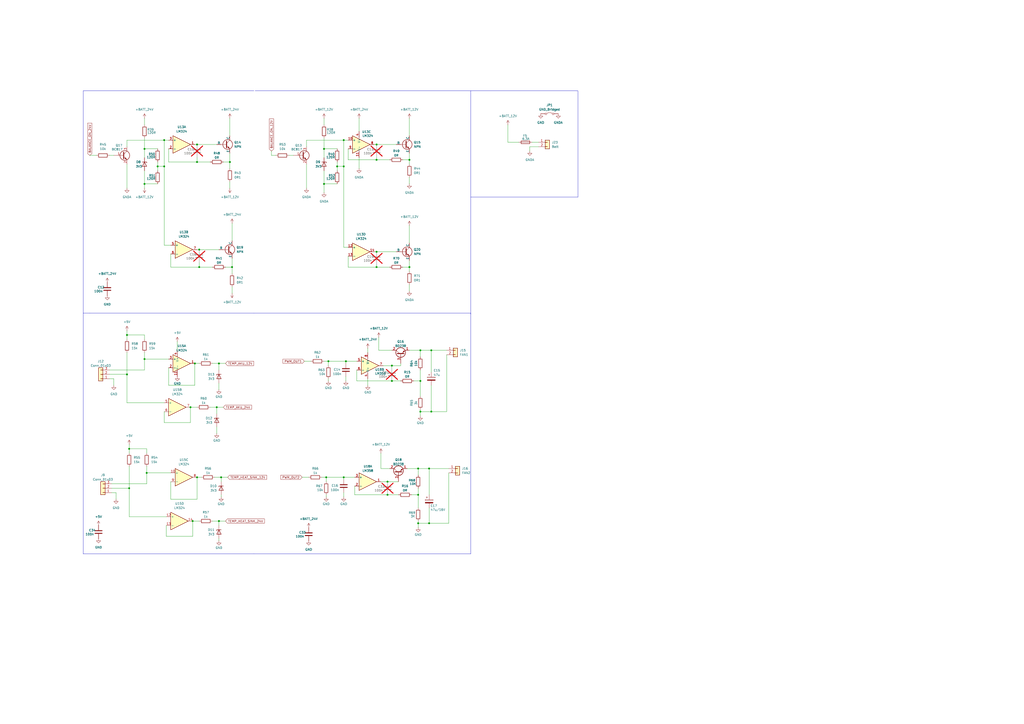
<source format=kicad_sch>
(kicad_sch (version 20231120) (generator "eeschema") (generator_version "8.0")
  (paper "A2")
  (junction (at 200.66 209.55))
  (junction (at 127 210.82))
  (junction (at 115.57 154.94))
  (junction (at 218.44 83.82))
  (junction (at 127 302.26))
  (junction (at 73.66 194.31))
  (junction (at 187.96 106.68))
  (junction (at 114.3 276.86))
  (junction (at 243.84 238.76))
  (junction (at 199.39 276.86))
  (junction (at 243.84 203.2))
  (junction (at 248.92 271.78))
  (junction (at 250.19 203.2))
  (junction (at 195.58 96.52))
  (junction (at 242.57 271.78))
  (junction (at 115.57 144.78))
  (junction (at 95.25 81.28))
  (junction (at 218.44 146.05))
  (junction (at 95.25 96.52))
  (junction (at 242.57 287.02))
  (junction (at 128.27 276.86))
  (junction (at 248.92 303.53))
  (junction (at 243.84 220.98))
  (junction (at 199.39 96.52))
  (junction (at 237.49 154.94))
  (junction (at 113.03 210.82))
  (junction (at 242.57 303.53))
  (junction (at 190.5 209.55))
  (junction (at 74.93 283.21))
  (junction (at 110.49 236.22))
  (junction (at 114.3 93.98))
  (junction (at 250.19 238.76))
  (junction (at 85.09 274.32))
  (junction (at 133.35 93.98))
  (junction (at 187.96 86.36))
  (junction (at 111.76 302.26))
  (junction (at 83.82 106.68))
  (junction (at 91.44 96.52))
  (junction (at 134.62 154.94))
  (junction (at 227.33 212.09))
  (junction (at 74.93 260.35))
  (junction (at 189.23 276.86))
  (junction (at 227.33 220.98))
  (junction (at 114.3 83.82))
  (junction (at 73.66 217.17))
  (junction (at 83.82 208.28))
  (junction (at 224.79 279.4))
  (junction (at 199.39 81.28))
  (junction (at 218.44 92.71))
  (junction (at 218.44 154.94))
  (junction (at 83.82 86.36))
  (junction (at 224.79 287.02))
  (junction (at 125.73 236.22))
  (junction (at 237.49 92.71))
  (wire (pts (xy 187.96 106.68) (xy 195.58 106.68)))
  (wire (pts (xy 85.09 262.89) (xy 85.09 260.35)))
  (wire (pts (xy 237.49 203.2) (xy 243.84 203.2)))
  (wire (pts (xy 243.84 238.76) (xy 243.84 237.49)))
  (wire (pts (xy 96.52 304.8) (xy 96.52 311.15)))
  (wire (pts (xy 260.35 274.32) (xy 260.35 303.53)))
  (wire (pts (xy 83.82 80.01) (xy 83.82 86.36)))
  (wire (pts (xy 73.66 233.68) (xy 95.25 233.68)))
  (wire (pts (xy 308.61 82.55) (xy 312.42 82.55)))
  (wire (pts (xy 187.96 80.01) (xy 187.96 86.36)))
  (wire (pts (xy 237.49 130.81) (xy 237.49 140.97)))
  (wire (pts (xy 237.49 165.1) (xy 237.49 168.91)))
  (wire (pts (xy 220.98 271.78) (xy 226.06 271.78)))
  (wire (pts (xy 114.3 91.44) (xy 114.3 93.98)))
  (wire (pts (xy 115.57 154.94) (xy 123.19 154.94)))
  (wire (pts (xy 218.44 146.05) (xy 229.87 146.05)))
  (wire (pts (xy 83.82 196.85) (xy 83.82 194.31)))
  (wire (pts (xy 127 226.06) (xy 127 222.25)))
  (wire (pts (xy 91.44 96.52) (xy 95.25 96.52)))
  (wire (pts (xy 134.62 149.86) (xy 134.62 154.94)))
  (wire (pts (xy 64.77 283.21) (xy 74.93 283.21)))
  (wire (pts (xy 97.79 93.98) (xy 114.3 93.98)))
  (wire (pts (xy 114.3 83.82) (xy 125.73 83.82)))
  (wire (pts (xy 64.77 285.75) (xy 67.31 285.75)))
  (wire (pts (xy 218.44 154.94) (xy 226.06 154.94)))
  (wire (pts (xy 220.98 262.89) (xy 220.98 271.78)))
  (wire (pts (xy 201.93 154.94) (xy 218.44 154.94)))
  (wire (pts (xy 160.02 90.17) (xy 157.48 90.17)))
  (wire (pts (xy 110.49 236.22) (xy 114.3 236.22)))
  (wire (pts (xy 187.96 86.36) (xy 195.58 86.36)))
  (wire (pts (xy 238.76 287.02) (xy 242.57 287.02)))
  (wire (pts (xy 250.19 203.2) (xy 259.08 203.2)))
  (wire (pts (xy 74.93 257.81) (xy 74.93 260.35)))
  (wire (pts (xy 73.66 191.77) (xy 73.66 194.31)))
  (wire (pts (xy 83.82 106.68) (xy 83.82 109.22)))
  (wire (pts (xy 83.82 86.36) (xy 83.82 91.44)))
  (wire (pts (xy 99.06 279.4) (xy 99.06 289.56)))
  (wire (pts (xy 66.04 219.71) (xy 66.04 223.52)))
  (wire (pts (xy 128.27 288.29) (xy 128.27 287.02)))
  (polyline (pts (xy 48.26 52.705) (xy 48.26 181.61)))
  (wire (pts (xy 96.52 311.15) (xy 111.76 311.15)))
  (polyline (pts (xy 48.26 321.31) (xy 48.26 181.61)))
  (wire (pts (xy 243.84 220.98) (xy 243.84 229.87)))
  (polyline (pts (xy 147.32 321.31) (xy 48.26 321.31)))
  (wire (pts (xy 187.96 99.06) (xy 187.96 106.68)))
  (wire (pts (xy 232.41 212.09) (xy 232.41 210.82)))
  (wire (pts (xy 91.44 96.52) (xy 91.44 99.06)))
  (wire (pts (xy 130.81 302.26) (xy 127 302.26)))
  (wire (pts (xy 199.39 143.51) (xy 201.93 143.51)))
  (wire (pts (xy 242.57 306.07) (xy 242.57 303.53)))
  (wire (pts (xy 99.06 147.32) (xy 99.06 154.94)))
  (wire (pts (xy 240.03 220.98) (xy 243.84 220.98)))
  (wire (pts (xy 99.06 274.32) (xy 85.09 274.32)))
  (wire (pts (xy 111.76 302.26) (xy 115.57 302.26)))
  (wire (pts (xy 237.49 102.87) (xy 237.49 106.68)))
  (wire (pts (xy 205.74 287.02) (xy 205.74 281.94)))
  (wire (pts (xy 213.36 201.93) (xy 213.36 204.47)))
  (wire (pts (xy 134.62 166.37) (xy 134.62 170.18)))
  (wire (pts (xy 237.49 68.58) (xy 237.49 78.74)))
  (wire (pts (xy 243.84 203.2) (xy 243.84 207.01)))
  (wire (pts (xy 189.23 276.86) (xy 189.23 279.4)))
  (wire (pts (xy 187.96 86.36) (xy 187.96 91.44)))
  (wire (pts (xy 114.3 93.98) (xy 121.92 93.98)))
  (wire (pts (xy 177.8 81.28) (xy 177.8 85.09)))
  (wire (pts (xy 190.5 209.55) (xy 200.66 209.55)))
  (wire (pts (xy 237.49 151.13) (xy 237.49 154.94)))
  (wire (pts (xy 97.79 86.36) (xy 97.79 93.98)))
  (wire (pts (xy 199.39 81.28) (xy 201.93 81.28)))
  (wire (pts (xy 129.54 93.98) (xy 133.35 93.98)))
  (wire (pts (xy 199.39 276.86) (xy 205.74 276.86)))
  (wire (pts (xy 91.44 93.98) (xy 91.44 96.52)))
  (wire (pts (xy 85.09 274.32) (xy 85.09 270.51)))
  (wire (pts (xy 95.25 81.28) (xy 97.79 81.28)))
  (wire (pts (xy 74.93 283.21) (xy 74.93 299.72)))
  (wire (pts (xy 233.68 154.94) (xy 237.49 154.94)))
  (wire (pts (xy 213.36 219.71) (xy 213.36 223.52)))
  (wire (pts (xy 199.39 96.52) (xy 199.39 81.28)))
  (wire (pts (xy 207.01 220.98) (xy 207.01 214.63)))
  (polyline (pts (xy 335.28 114.3) (xy 335.28 52.832)))
  (wire (pts (xy 195.58 93.98) (xy 195.58 96.52)))
  (wire (pts (xy 195.58 96.52) (xy 199.39 96.52)))
  (wire (pts (xy 200.66 218.44) (xy 200.66 220.98)))
  (wire (pts (xy 83.82 194.31) (xy 73.66 194.31)))
  (wire (pts (xy 312.42 85.09) (xy 307.34 85.09)))
  (wire (pts (xy 250.19 238.76) (xy 250.19 223.52)))
  (wire (pts (xy 133.35 105.41) (xy 133.35 109.22)))
  (wire (pts (xy 73.66 95.25) (xy 73.66 109.22)))
  (wire (pts (xy 97.79 213.36) (xy 97.79 223.52)))
  (wire (pts (xy 63.5 219.71) (xy 66.04 219.71)))
  (wire (pts (xy 123.19 210.82) (xy 127 210.82)))
  (wire (pts (xy 74.93 299.72) (xy 96.52 299.72)))
  (wire (pts (xy 237.49 92.71) (xy 237.49 95.25)))
  (wire (pts (xy 73.66 81.28) (xy 95.25 81.28)))
  (wire (pts (xy 242.57 303.53) (xy 242.57 302.26)))
  (wire (pts (xy 124.46 276.86) (xy 128.27 276.86)))
  (wire (pts (xy 127 313.69) (xy 127 312.42)))
  (wire (pts (xy 125.73 236.22) (xy 125.73 240.03)))
  (wire (pts (xy 83.82 208.28) (xy 83.82 204.47)))
  (wire (pts (xy 187.96 209.55) (xy 190.5 209.55)))
  (wire (pts (xy 248.92 271.78) (xy 260.35 271.78)))
  (wire (pts (xy 113.03 83.82) (xy 114.3 83.82)))
  (wire (pts (xy 52.07 90.17) (xy 55.88 90.17)))
  (polyline (pts (xy 273.05 114.3) (xy 335.28 114.3)))
  (wire (pts (xy 227.33 220.98) (xy 232.41 220.98)))
  (wire (pts (xy 242.57 271.78) (xy 242.57 275.59)))
  (wire (pts (xy 95.25 238.76) (xy 95.25 245.11)))
  (polyline (pts (xy 48.26 181.61) (xy 52.07 181.61)))
  (wire (pts (xy 186.69 276.86) (xy 189.23 276.86)))
  (wire (pts (xy 121.92 236.22) (xy 125.73 236.22)))
  (wire (pts (xy 233.68 92.71) (xy 237.49 92.71)))
  (wire (pts (xy 74.93 260.35) (xy 74.93 262.89)))
  (wire (pts (xy 242.57 303.53) (xy 248.92 303.53)))
  (wire (pts (xy 199.39 285.75) (xy 199.39 288.29)))
  (wire (pts (xy 217.17 83.82) (xy 218.44 83.82)))
  (wire (pts (xy 73.66 217.17) (xy 73.66 233.68)))
  (wire (pts (xy 115.57 152.4) (xy 115.57 154.94)))
  (wire (pts (xy 102.87 198.12) (xy 102.87 203.2)))
  (wire (pts (xy 199.39 276.86) (xy 199.39 278.13)))
  (wire (pts (xy 217.17 146.05) (xy 218.44 146.05)))
  (wire (pts (xy 250.19 238.76) (xy 259.08 238.76)))
  (wire (pts (xy 74.93 270.51) (xy 74.93 283.21)))
  (wire (pts (xy 201.93 148.59) (xy 201.93 154.94)))
  (wire (pts (xy 134.62 154.94) (xy 134.62 158.75)))
  (wire (pts (xy 73.66 194.31) (xy 73.66 196.85)))
  (wire (pts (xy 85.09 260.35) (xy 74.93 260.35)))
  (wire (pts (xy 133.35 93.98) (xy 133.35 97.79)))
  (wire (pts (xy 200.66 209.55) (xy 200.66 210.82)))
  (wire (pts (xy 243.84 203.2) (xy 250.19 203.2)))
  (wire (pts (xy 83.82 68.58) (xy 83.82 72.39)))
  (wire (pts (xy 128.27 276.86) (xy 128.27 279.4)))
  (wire (pts (xy 243.84 238.76) (xy 250.19 238.76)))
  (wire (pts (xy 294.64 72.39) (xy 294.64 82.55)))
  (wire (pts (xy 243.84 241.3) (xy 243.84 238.76)))
  (wire (pts (xy 218.44 83.82) (xy 229.87 83.82)))
  (wire (pts (xy 187.96 68.58) (xy 187.96 72.39)))
  (wire (pts (xy 242.57 283.21) (xy 242.57 287.02)))
  (wire (pts (xy 133.35 88.9) (xy 133.35 93.98)))
  (wire (pts (xy 95.25 245.11) (xy 110.49 245.11)))
  (wire (pts (xy 73.66 81.28) (xy 73.66 85.09)))
  (wire (pts (xy 111.76 311.15) (xy 111.76 302.26)))
  (wire (pts (xy 307.34 85.09) (xy 307.34 87.63)))
  (wire (pts (xy 132.08 276.86) (xy 128.27 276.86)))
  (wire (pts (xy 114.3 144.78) (xy 115.57 144.78)))
  (polyline (pts (xy 273.05 52.578) (xy 335.28 52.578)))
  (wire (pts (xy 95.25 96.52) (xy 95.25 142.24)))
  (wire (pts (xy 127 302.26) (xy 127 304.8)))
  (wire (pts (xy 199.39 96.52) (xy 199.39 143.51)))
  (wire (pts (xy 200.66 209.55) (xy 207.01 209.55)))
  (wire (pts (xy 237.49 88.9) (xy 237.49 92.71)))
  (wire (pts (xy 220.98 279.4) (xy 224.79 279.4)))
  (polyline (pts (xy 273.05 181.61) (xy 273.05 321.31)))
  (wire (pts (xy 176.53 209.55) (xy 180.34 209.55)))
  (wire (pts (xy 177.8 95.25) (xy 177.8 109.22)))
  (wire (pts (xy 218.44 91.44) (xy 218.44 92.71)))
  (wire (pts (xy 242.57 287.02) (xy 242.57 294.64)))
  (polyline (pts (xy 147.955 52.705) (xy 273.05 52.705)))
  (wire (pts (xy 85.09 280.67) (xy 85.09 274.32)))
  (wire (pts (xy 64.77 280.67) (xy 85.09 280.67)))
  (wire (pts (xy 130.81 210.82) (xy 127 210.82)))
  (wire (pts (xy 201.93 86.36) (xy 201.93 92.71)))
  (wire (pts (xy 189.23 287.02) (xy 189.23 288.29)))
  (wire (pts (xy 208.28 91.44) (xy 208.28 97.79)))
  (wire (pts (xy 189.23 276.86) (xy 199.39 276.86)))
  (wire (pts (xy 123.19 302.26) (xy 127 302.26)))
  (wire (pts (xy 157.48 90.17) (xy 157.48 87.63)))
  (wire (pts (xy 130.81 154.94) (xy 134.62 154.94)))
  (wire (pts (xy 67.31 285.75) (xy 67.31 289.56)))
  (polyline (pts (xy 52.07 181.61) (xy 147.32 181.61)))
  (wire (pts (xy 115.57 144.78) (xy 127 144.78)))
  (wire (pts (xy 227.33 203.2) (xy 219.71 203.2)))
  (wire (pts (xy 248.92 303.53) (xy 248.92 294.64)))
  (wire (pts (xy 224.79 287.02) (xy 231.14 287.02)))
  (wire (pts (xy 190.5 209.55) (xy 190.5 212.09)))
  (wire (pts (xy 218.44 92.71) (xy 226.06 92.71)))
  (wire (pts (xy 127 210.82) (xy 127 214.63)))
  (wire (pts (xy 167.64 90.17) (xy 170.18 90.17)))
  (wire (pts (xy 83.82 86.36) (xy 91.44 86.36)))
  (wire (pts (xy 95.25 96.52) (xy 95.25 81.28)))
  (wire (pts (xy 224.79 287.02) (xy 205.74 287.02)))
  (wire (pts (xy 63.5 217.17) (xy 73.66 217.17)))
  (wire (pts (xy 177.8 81.28) (xy 199.39 81.28)))
  (wire (pts (xy 95.25 142.24) (xy 99.06 142.24)))
  (polyline (pts (xy 273.05 321.31) (xy 147.32 321.31)))
  (wire (pts (xy 294.64 82.55) (xy 300.99 82.55)))
  (wire (pts (xy 224.79 279.4) (xy 231.14 279.4)))
  (wire (pts (xy 97.79 208.28) (xy 83.82 208.28)))
  (wire (pts (xy 175.26 276.86) (xy 179.07 276.86)))
  (wire (pts (xy 113.03 210.82) (xy 115.57 210.82)))
  (wire (pts (xy 113.03 223.52) (xy 113.03 210.82)))
  (wire (pts (xy 125.73 251.46) (xy 125.73 247.65)))
  (wire (pts (xy 227.33 212.09) (xy 232.41 212.09)))
  (wire (pts (xy 114.3 276.86) (xy 116.84 276.86)))
  (wire (pts (xy 97.79 223.52) (xy 113.03 223.52)))
  (polyline (pts (xy 147.32 52.705) (xy 48.26 52.705)))
  (wire (pts (xy 227.33 220.98) (xy 207.01 220.98)))
  (wire (pts (xy 250.19 203.2) (xy 250.19 215.9)))
  (wire (pts (xy 83.82 99.06) (xy 83.82 106.68)))
  (wire (pts (xy 63.5 214.63) (xy 83.82 214.63)))
  (wire (pts (xy 242.57 271.78) (xy 248.92 271.78)))
  (wire (pts (xy 236.22 271.78) (xy 242.57 271.78)))
  (wire (pts (xy 83.82 214.63) (xy 83.82 208.28)))
  (wire (pts (xy 243.84 214.63) (xy 243.84 220.98)))
  (wire (pts (xy 195.58 96.52) (xy 195.58 99.06)))
  (wire (pts (xy 187.96 106.68) (xy 187.96 111.76)))
  (wire (pts (xy 134.62 129.54) (xy 134.62 139.7)))
  (wire (pts (xy 114.3 289.56) (xy 114.3 276.86)))
  (wire (pts (xy 248.92 271.78) (xy 248.92 287.02)))
  (wire (pts (xy 260.35 303.53) (xy 248.92 303.53)))
  (wire (pts (xy 227.33 212.09) (xy 227.33 213.36)))
  (wire (pts (xy 99.06 154.94) (xy 115.57 154.94)))
  (polyline (pts (xy 147.32 181.61) (xy 273.05 181.61)))
  (wire (pts (xy 201.93 92.71) (xy 218.44 92.71)))
  (wire (pts (xy 219.71 203.2) (xy 219.71 195.58)))
  (wire (pts (xy 222.25 212.09) (xy 227.33 212.09)))
  (wire (pts (xy 208.28 68.58) (xy 208.28 76.2)))
  (wire (pts (xy 129.54 236.22) (xy 125.73 236.22)))
  (wire (pts (xy 99.06 289.56) (xy 114.3 289.56)))
  (polyline (pts (xy 273.05 52.705) (xy 273.05 182.245)))
  (wire (pts (xy 63.5 90.17) (xy 66.04 90.17)))
  (wire (pts (xy 259.08 238.76) (xy 259.08 205.74)))
  (wire (pts (xy 110.49 245.11) (xy 110.49 236.22)))
  (wire (pts (xy 133.35 68.58) (xy 133.35 78.74)))
  (wire (pts (xy 83.82 106.68) (xy 91.44 106.68)))
  (wire (pts (xy 218.44 153.67) (xy 218.44 154.94)))
  (wire (pts (xy 190.5 219.71) (xy 190.5 220.98)))
  (wire (pts (xy 237.49 154.94) (xy 237.49 157.48)))
  (wire (pts (xy 73.66 204.47) (xy 73.66 217.17)))
  (global_label "TEMP_AKU_24V" (shape input) (at 129.54 236.22 0) (property "Intersheetrefs" "${INTERSHEET_REFS}" (effects (hide yes))))
  (global_label "PWM_OUT1" (shape input) (at 176.53 209.55 180) (property "Intersheetrefs" "${INTERSHEET_REFS}" (effects (hide yes))))
  (global_label "TEMP_HEAT_SINK_24V" (shape input) (at 130.81 302.26 0) (property "Intersheetrefs" "${INTERSHEET_REFS}" (effects (hide yes))))
  (global_label "TEMP_HEAT_SINK_12V" (shape input) (at 132.08 276.86 0) (property "Intersheetrefs" "${INTERSHEET_REFS}" (effects (hide yes))))
  (global_label "BALANCE_ON_12V" (shape input) (at 157.48 87.63 90) (property "Intersheetrefs" "${INTERSHEET_REFS}" (effects (hide yes))))
  (global_label "PWM_OUT2" (shape input) (at 175.26 276.86 180) (property "Intersheetrefs" "${INTERSHEET_REFS}" (effects (hide yes))))
  (global_label "BALANCE_ON_24V" (shape input) (at 52.07 90.17 90) (property "Intersheetrefs" "${INTERSHEET_REFS}" (effects (hide yes))))
  (global_label "TEMP_AKU_12V" (shape input) (at 130.81 210.82 0) (property "Intersheetrefs" "${INTERSHEET_REFS}" (effects (hide yes))))
  (symbol (lib_id "power:GND") (at 128.27 288.29 0) (unit 1)
    (property "Reference" "#PWR0115" (effects (hide yes)))
    (property "Value" "GND" (at 128.27 292.354 0))
    (property "Description" "Power symbol creates a global label with name \"GND\" , ground" (effects (hide yes)))
  )
  (symbol (lib_id "Device:R") (at 119.38 210.82 90) (unit 1)
    (property "Reference" "R61" (at 119.38 205.74 90))
    (property "Value" "1k" (at 119.38 208.28 90))
    (property "Footprint" "Resistor_SMD:R_0805_2012Metric_Pad1.20x1.40mm_HandSolder" (effects (hide yes)))
    (property "Description" "Resistor" (effects (hide yes)))
  )
  (symbol (lib_id "power:GNDA") (at 307.34 87.63 0) (unit 1)
    (property "Reference" "#PWR086" (effects (hide yes)))
    (property "Value" "GNDA" (at 307.34 92.71 0))
    (property "Description" "Power symbol creates a global label with name \"GNDA\" , analog ground" (effects (hide yes)))
  )
  (symbol (lib_id "Device:R") (at 59.69 90.17 270) (unit 1)
    (property "Reference" "R45" (at 59.69 83.82 90))
    (property "Value" "10k" (at 59.69 86.36 90))
    (property "Footprint" "Resistor_SMD:R_0805_2012Metric_Pad1.20x1.40mm_HandSolder" (effects (hide yes)))
    (property "Description" "Resistor" (effects (hide yes)))
  )
  (symbol (lib_id "power:+5V") (at 102.87 198.12 0) (unit 1)
    (property "Reference" "#PWR0110" (effects (hide yes)))
    (property "Value" "+5V" (at 102.87 193.04 0))
    (property "Description" "Power symbol creates a global label with name \"+5V\"" (effects (hide yes)))
  )
  (symbol (lib_id "Connector_Generic:Conn_01x02") (at 317.5 82.55 0) (unit 1)
    (property "Reference" "J23" (at 320.04 82.5499 0) (effects (justify left)))
    (property "Value" "Batt" (at 320.04 85.0899 0) (effects (justify left)))
    (property "Description" "Generic connector, single row, 01x02, script generated (kicad-library-utils/schlib/autogen/connector/)" (effects (hide yes)))
  )
  (symbol (lib_id "Device:R") (at 242.57 279.4 180) (unit 1)
    (property "Reference" "R68" (at 239.014 278.638 0))
    (property "Value" "10K" (at 239.522 280.67 0))
    (property "Footprint" "Resistor_SMD:R_0805_2012Metric_Pad1.20x1.40mm_HandSolder" (effects (hide yes)))
    (property "Description" "Resistor" (effects (hide yes)))
  )
  (symbol (lib_id "Device:C") (at 62.23 167.64 0) (unit 1)
    (property "Reference" "C12" (at 56.642 166.624 0) (effects (justify left)))
    (property "Value" "100n" (at 54.61 168.91 0) (effects (justify left)))
    (property "Footprint" "Capacitor_SMD:C_0805_2012Metric_Pad1.18x1.45mm_HandSolder" (effects (hide yes)))
    (property "Description" "Unpolarized capacitor" (effects (hide yes)))
  )
  (symbol (lib_id "power:GNDA") (at 237.49 106.68 0) (unit 1)
    (property "Reference" "#PWR0136" (effects (hide yes)))
    (property "Value" "GNDA" (at 237.49 111.76 0))
    (property "Description" "Power symbol creates a global label with name \"GNDA\" , analog ground" (effects (hide yes)))
  )
  (symbol (lib_id "power:+5V") (at 57.15 304.8 0) (unit 1)
    (property "Reference" "#PWR099" (effects (hide yes)))
    (property "Value" "+5V" (at 57.15 299.72 0))
    (property "Description" "Power symbol creates a global label with name \"+5V\"" (effects (hide yes)))
  )
  (symbol (lib_id "power:GND") (at 243.84 241.3 0) (unit 1)
    (property "Reference" "#PWR0140" (effects (hide yes)))
    (property "Value" "GND" (at 243.84 245.364 0))
    (property "Description" "Power symbol creates a global label with name \"GND\" , ground" (effects (hide yes)))
  )
  (symbol (lib_id "Amplifier_Operational:LM324") (at 105.41 83.82 0) (unit 1)
    (property "Reference" "U13" (at 105.41 73.66 0))
    (property "Value" "LM324" (at 105.41 76.2 0))
    (property "Footprint" "Package_SO:SOIC-14_3.9x8.7mm_P1.27mm" (effects (hide yes)))
    (property "Datasheet" "http://www.ti.com/lit/ds/symlink/lm2902-n.pdf" (effects (hide yes)))
    (property "Description" "Low-Power, Quad-Operational Amplifiers, DIP-14/SOIC-14/SSOP-14" (effects (hide yes)))
  )
  (symbol (lib_id "Connector_Generic:Conn_01x03") (at 59.69 283.21 180) (unit 1)
    (property "Reference" "J9" (at 59.69 275.59 0))
    (property "Value" "Conn_01x03" (at 59.69 278.13 0))
    (property "Footprint" "Connector_JST:JST_EH_B3B-EH-A_1x03_P2.50mm_Vertical" (effects (hide yes)))
    (property "Description" "Generic connector, single row, 01x03, script generated (kicad-library-utils/schlib/autogen/connector/)" (effects (hide yes)))
  )
  (symbol (lib_id "Amplifier_Operational:LM324") (at 102.87 236.22 0) (unit 2)
    (property "Reference" "U15" (at 102.87 226.06 0))
    (property "Value" "LM324" (at 102.87 228.6 0))
    (property "Footprint" "Package_SO:SOIC-14_3.9x8.7mm_P1.27mm" (effects (hide yes)))
    (property "Datasheet" "http://www.ti.com/lit/ds/symlink/lm2902-n.pdf" (effects (hide yes)))
    (property "Description" "Low-Power, Quad-Operational Amplifiers, DIP-14/SOIC-14/SSOP-14" (effects (hide yes)))
  )
  (symbol (lib_id "Device:R") (at 91.44 90.17 180) (unit 1)
    (property "Reference" "R50" (at 86.106 89.408 0) (effects (justify right)))
    (property "Value" "120R" (at 85.09 91.186 0) (effects (justify right)))
    (property "Footprint" "Resistor_SMD:R_0805_2012Metric_Pad1.20x1.40mm_HandSolder" (effects (hide yes)))
    (property "Description" "Resistor" (effects (hide yes)))
  )
  (symbol (lib_id "Device:R") (at 125.73 93.98 90) (unit 1)
    (property "Reference" "R48" (at 125.73 88.9 90))
    (property "Value" "0R" (at 125.73 91.44 90))
    (property "Footprint" "Resistor_SMD:R_0805_2012Metric_Pad1.20x1.40mm_HandSolder" (effects (hide yes)))
    (property "Description" "Resistor" (effects (hide yes)))
  )
  (symbol (lib_id "power:+BATT") (at 237.49 68.58 0) (unit 1)
    (property "Reference" "#PWR0135" (effects (hide yes)))
    (property "Value" "+BATT_12V" (at 237.49 63.5 0))
    (property "Description" "Power symbol creates a global label with name \"+BATT\"" (effects (hide yes)))
  )
  (symbol (lib_id "power:GND") (at 179.07 313.69 0) (unit 1)
    (property "Reference" "#PWR0122" (effects (hide yes)))
    (property "Value" "GND" (at 179.07 318.77 0))
    (property "Description" "Power symbol creates a global label with name \"GND\" , ground" (effects (hide yes)))
  )
  (symbol (lib_id "Device:R") (at 74.93 266.7 0) (unit 1)
    (property "Reference" "R55" (at 77.47 265.4299 0) (effects (justify left)))
    (property "Value" "15k" (at 77.47 267.9699 0) (effects (justify left)))
    (property "Footprint" "Resistor_SMD:R_0805_2012Metric_Pad1.20x1.40mm_HandSolder" (effects (hide yes)))
    (property "Description" "Resistor" (effects (hide yes)))
  )
  (symbol (lib_id "Device:C") (at 114.3 87.63 0) (unit 1) (dnp yes)
    (property "Reference" "C10" (at 108.712 86.614 0) (effects (justify left)))
    (property "Value" "100n" (at 106.68 88.9 0) (effects (justify left)))
    (property "Footprint" "Capacitor_SMD:C_0805_2012Metric_Pad1.18x1.45mm_HandSolder" (effects (hide yes)))
    (property "Description" "Unpolarized capacitor" (effects (hide yes)))
  )
  (symbol (lib_id "power:GND") (at 125.73 251.46 0) (unit 1)
    (property "Reference" "#PWR0112" (effects (hide yes)))
    (property "Value" "GND" (at 125.73 255.524 0))
    (property "Description" "Power symbol creates a global label with name \"GND\" , ground" (effects (hide yes)))
  )
  (symbol (lib_id "Device:C") (at 200.66 214.63 0) (unit 1)
    (property "Reference" "C14" (at 193.548 214.376 0) (effects (justify left)))
    (property "Value" "100n" (at 193.04 216.916 0) (effects (justify left)))
    (property "Footprint" "Capacitor_SMD:C_0805_2012Metric_Pad1.18x1.45mm_HandSolder" (effects (hide yes)))
    (property "Description" "Unpolarized capacitor" (effects (hide yes)))
  )
  (symbol (lib_id "Device:R") (at 85.09 266.7 0) (unit 1)
    (property "Reference" "R54" (at 87.63 265.4299 0) (effects (justify left)))
    (property "Value" "15k" (at 87.63 267.9699 0) (effects (justify left)))
    (property "Footprint" "Resistor_SMD:R_0805_2012Metric_Pad1.20x1.40mm_HandSolder" (effects (hide yes)))
    (property "Description" "Resistor" (effects (hide yes)))
  )
  (symbol (lib_id "Simulation_SPICE:NPN") (at 234.95 83.82 0) (unit 1)
    (property "Reference" "Q15" (at 240.03 82.5499 0) (effects (justify left)))
    (property "Value" "NPN" (at 240.03 85.0899 0) (effects (justify left)))
    (property "Footprint" "Package_TO_SOT_THT:TO-220-3_Vertical" (effects (hide yes)))
    (property "Datasheet" "https://ngspice.sourceforge.io/docs/ngspice-html-manual/manual.xhtml#cha_BJTs" (effects (hide yes)))
    (property "Description" "Bipolar transistor symbol for simulation only, substrate tied to the emitter" (effects (hide yes)))
    (property "Sim.Device" "NPN" (effects (hide yes)))
    (property "Sim.Type" "GUMMELPOON" (effects (hide yes)))
    (property "Sim.Pins" "1=C 2=B 3=E" (effects (hide yes)))
  )
  (symbol (lib_id "Device:R") (at 237.49 99.06 0) (unit 1)
    (property "Reference" "R44" (at 240.03 97.7899 0) (effects (justify left)))
    (property "Value" "0R1" (at 240.03 100.3299 0) (effects (justify left)))
    (property "Footprint" "Resistor_SMD:R_0805_2012Metric_Pad1.20x1.40mm_HandSolder" (effects (hide yes)))
    (property "Description" "Resistor" (effects (hide yes)))
  )
  (symbol (lib_id "power:+5V") (at 74.93 257.81 0) (unit 1)
    (property "Reference" "#PWR0107" (effects (hide yes)))
    (property "Value" "+5V" (at 74.93 252.73 0))
    (property "Description" "Power symbol creates a global label with name \"+5V\"" (effects (hide yes)))
  )
  (symbol (lib_id "power:+BATT") (at 294.64 72.39 0) (unit 1)
    (property "Reference" "#PWR084" (effects (hide yes)))
    (property "Value" "+BATT_12V" (at 294.64 67.31 0))
    (property "Description" "Power symbol creates a global label with name \"+BATT\"" (effects (hide yes)))
  )
  (symbol (lib_id "Device:R") (at 229.87 92.71 90) (unit 1)
    (property "Reference" "R49" (at 229.87 87.63 90))
    (property "Value" "0R" (at 229.87 90.17 90))
    (property "Footprint" "Resistor_SMD:R_0805_2012Metric_Pad1.20x1.40mm_HandSolder" (effects (hide yes)))
    (property "Description" "Resistor" (effects (hide yes)))
  )
  (symbol (lib_id "power:+BATT") (at 219.71 195.58 0) (unit 1)
    (property "Reference" "#PWR0133" (effects (hide yes)))
    (property "Value" "+BATT_12V" (at 219.71 190.5 0))
    (property "Description" "Power symbol creates a global label with name \"+BATT\"" (effects (hide yes)))
  )
  (symbol (lib_id "power:+BATT") (at 213.36 201.93 0) (unit 1)
    (property "Reference" "#PWR0131" (effects (hide yes)))
    (property "Value" "+BATT_24V" (at 213.36 196.85 0))
    (property "Description" "Power symbol creates a global label with name \"+BATT\"" (effects (hide yes)))
  )
  (symbol (lib_id "power:+BATT") (at 83.82 68.58 0) (unit 1)
    (property "Reference" "#PWR0108" (effects (hide yes)))
    (property "Value" "+BATT_24V" (at 83.82 63.5 0))
    (property "Description" "Power symbol creates a global label with name \"+BATT\"" (effects (hide yes)))
  )
  (symbol (lib_id "power:+BATT") (at 133.35 109.22 180) (unit 1)
    (property "Reference" "#PWR0117" (effects (hide yes)))
    (property "Value" "+BATT_12V" (at 133.35 114.3 0))
    (property "Description" "Power symbol creates a global label with name \"+BATT\"" (effects (hide yes)))
  )
  (symbol (lib_id "power:GND") (at 242.57 306.07 0) (unit 1)
    (property "Reference" "#PWR0139" (effects (hide yes)))
    (property "Value" "GND" (at 242.57 310.134 0))
    (property "Description" "Power symbol creates a global label with name \"GND\" , ground" (effects (hide yes)))
  )
  (symbol (lib_id "Device:C_Polarized") (at 248.92 290.83 0) (unit 1)
    (property "Reference" "C17" (at 249.682 293.37 0) (effects (justify left)))
    (property "Value" "47u/16V" (at 249.682 295.656 0) (effects (justify left)))
    (property "Footprint" "Capacitor_THT:CP_Radial_D5.0mm_P2.00mm" (effects (hide yes)))
    (property "Description" "Polarized capacitor" (effects (hide yes)))
  )
  (symbol (lib_id "Device:D_Zener") (at 127 218.44 90) (mirror x) (unit 1)
    (property "Reference" "D13" (at 124.46 217.1699 90) (effects (justify left)))
    (property "Value" "3V3" (at 124.46 219.7099 90) (effects (justify left)))
    (property "Footprint" "Diode_SMD:D_MiniMELF" (effects (hide yes)))
    (property "Description" "Zener diode" (effects (hide yes)))
  )
  (symbol (lib_id "Device:R") (at 236.22 220.98 90) (unit 1)
    (property "Reference" "R15" (at 236.22 215.9 90))
    (property "Value" "0R" (at 236.22 218.44 90))
    (property "Footprint" "Resistor_SMD:R_0805_2012Metric_Pad1.20x1.40mm_HandSolder" (effects (hide yes)))
    (property "Description" "Resistor" (effects (hide yes)))
  )
  (symbol (lib_id "Amplifier_Operational:LM324") (at 105.41 210.82 0) (unit 5)
    (property "Reference" "U15" (effects (hide yes)))
    (property "Value" "LM324" (effects (hide yes)))
    (property "Footprint" "Package_SO:SOIC-14_3.9x8.7mm_P1.27mm" (effects (hide yes)))
    (property "Datasheet" "http://www.ti.com/lit/ds/symlink/lm2902-n.pdf" (effects (hide yes)))
    (property "Description" "Low-Power, Quad-Operational Amplifiers, DIP-14/SOIC-14/SSOP-14" (effects (hide yes)))
  )
  (symbol (lib_id "Device:Fuse") (at 304.8 82.55 90) (unit 1)
    (property "Reference" "F5" (at 304.546 78.74 90))
    (property "Value" "6,3A" (at 305.054 80.518 90))
    (property "Footprint" "Fuse:Fuse_2512_6332Metric_Pad1.52x3.35mm_HandSolder" (effects (hide yes)))
    (property "Description" "Fuse" (effects (hide yes)))
  )
  (symbol (lib_id "power:GND") (at 57.15 312.42 0) (unit 1)
    (property "Reference" "#PWR0100" (effects (hide yes)))
    (property "Value" "GND" (at 57.15 317.5 0))
    (property "Description" "Power symbol creates a global label with name \"GND\" , ground" (effects (hide yes)))
  )
  (symbol (lib_id "power:GND") (at 62.23 171.45 0) (unit 1)
    (property "Reference" "#PWR0102" (effects (hide yes)))
    (property "Value" "GND" (at 62.23 176.53 0))
    (property "Description" "Power symbol creates a global label with name \"GND\" , ground" (effects (hide yes)))
  )
  (symbol (lib_id "power:GND") (at 213.36 223.52 0) (unit 1)
    (property "Reference" "#PWR0132" (effects (hide yes)))
    (property "Value" "GND" (at 213.36 227.584 0))
    (property "Description" "Power symbol creates a global label with name \"GND\" , ground" (effects (hide yes)))
  )
  (symbol (lib_id "power:+BATT") (at 134.62 170.18 180) (unit 1)
    (property "Reference" "#PWR0119" (effects (hide yes)))
    (property "Value" "+BATT_12V" (at 134.62 175.26 0))
    (property "Description" "Power symbol creates a global label with name \"+BATT\"" (effects (hide yes)))
  )
  (symbol (lib_id "power:GND") (at 313.69 66.04 0) (unit 1)
    (property "Reference" "#PWR089" (effects (hide yes)))
    (property "Value" "GND" (at 313.69 71.12 0))
    (property "Description" "Power symbol creates a global label with name \"GND\" , ground" (effects (hide yes)))
  )
  (symbol (lib_id "power:GND") (at 102.87 218.44 0) (unit 1)
    (property "Reference" "#PWR0111" (effects (hide yes)))
    (property "Value" "GND" (at 102.87 222.504 0))
    (property "Description" "Power symbol creates a global label with name \"GND\" , ground" (effects (hide yes)))
  )
  (symbol (lib_id "Transistor_BJT:BD238") (at 231.14 274.32 90) (unit 1)
    (property "Reference" "Q18" (at 231.14 266.7 90))
    (property "Value" "BD238" (at 231.14 269.24 90))
    (property "Footprint" "Package_TO_SOT_THT:TO-126-3_Vertical" (effects (hide yes)))
    (property "Datasheet" "http://www.electronica-pt.com/datasheets/bd/BD234.pdf" (effects (hide yes)))
    (property "Description" "2A Ic, 80V Vce, Low Voltage Transistor, TO-126" (effects (hide yes)))
  )
  (symbol (lib_id "Device:R") (at 73.66 200.66 0) (unit 1)
    (property "Reference" "R58" (at 76.2 199.3899 0) (effects (justify left)))
    (property "Value" "15k" (at 76.2 201.9299 0) (effects (justify left)))
    (property "Footprint" "Resistor_SMD:R_0805_2012Metric_Pad1.20x1.40mm_HandSolder" (effects (hide yes)))
    (property "Description" "Resistor" (effects (hide yes)))
  )
  (symbol (lib_id "Device:D_Zener") (at 187.96 95.25 270) (unit 1)
    (property "Reference" "D9" (at 183.134 93.98 90) (effects (justify left)))
    (property "Value" "3V3" (at 182.88 96.52 90) (effects (justify left)))
    (property "Footprint" "Diode_SMD:D_MiniMELF" (effects (hide yes)))
    (property "Description" "Zener diode" (effects (hide yes)))
  )
  (symbol (lib_id "power:GND") (at 200.66 220.98 0) (unit 1)
    (property "Reference" "#PWR0128" (effects (hide yes)))
    (property "Value" "GND" (at 200.66 225.044 0))
    (property "Description" "Power symbol creates a global label with name \"GND\" , ground" (effects (hide yes)))
  )
  (symbol (lib_id "power:+BATT") (at 220.98 262.89 0) (unit 1)
    (property "Reference" "#PWR0134" (effects (hide yes)))
    (property "Value" "+BATT_12V" (at 220.98 257.81 0))
    (property "Description" "Power symbol creates a global label with name \"+BATT\"" (effects (hide yes)))
  )
  (symbol (lib_id "Device:R") (at 163.83 90.17 270) (unit 1)
    (property "Reference" "R53" (at 163.83 83.82 90))
    (property "Value" "10k" (at 163.83 86.36 90))
    (property "Footprint" "Resistor_SMD:R_0805_2012Metric_Pad1.20x1.40mm_HandSolder" (effects (hide yes)))
    (property "Description" "Resistor" (effects (hide yes)))
  )
  (symbol (lib_id "Device:R") (at 229.87 154.94 90) (unit 1)
    (property "Reference" "R70" (at 229.87 149.86 90))
    (property "Value" "0R" (at 229.87 152.4 90))
    (property "Footprint" "Resistor_SMD:R_0805_2012Metric_Pad1.20x1.40mm_HandSolder" (effects (hide yes)))
    (property "Description" "Resistor" (effects (hide yes)))
  )
  (symbol (lib_id "power:GNDA") (at 237.49 168.91 0) (unit 1)
    (property "Reference" "#PWR0138" (effects (hide yes)))
    (property "Value" "GNDA" (at 237.49 173.99 0))
    (property "Description" "Power symbol creates a global label with name \"GNDA\" , analog ground" (effects (hide yes)))
  )
  (symbol (lib_id "Amplifier_Operational:LM358") (at 213.36 279.4 0) (unit 1)
    (property "Reference" "U18" (at 213.36 270.51 0))
    (property "Value" "LM358" (at 213.36 273.05 0))
    (property "Footprint" "Package_SO:SO-8_3.9x4.9mm_P1.27mm" (effects (hide yes)))
    (property "Datasheet" "http://www.ti.com/lit/ds/symlink/lm2904-n.pdf" (effects (hide yes)))
    (property "Description" "Low-Power, Dual Operational Amplifiers, DIP-8/SOIC-8/TO-99-8" (effects (hide yes)))
  )
  (symbol (lib_id "power:GNDA") (at 177.8 109.22 0) (unit 1)
    (property "Reference" "#PWR0120" (effects (hide yes)))
    (property "Value" "GNDA" (at 177.8 114.3 0))
    (property "Description" "Power symbol creates a global label with name \"GNDA\" , analog ground" (effects (hide yes)))
  )
  (symbol (lib_id "Device:D_Zener") (at 125.73 243.84 90) (mirror x) (unit 1)
    (property "Reference" "D12" (at 123.19 242.5699 90) (effects (justify left)))
    (property "Value" "3V3" (at 123.19 245.1099 90) (effects (justify left)))
    (property "Footprint" "Diode_SMD:D_MiniMELF" (effects (hide yes)))
    (property "Description" "Zener diode" (effects (hide yes)))
  )
  (symbol (lib_id "Connector_Generic:Conn_01x02") (at 264.16 203.2 0) (unit 1)
    (property "Reference" "J15" (at 266.7 203.1999 0) (effects (justify left)))
    (property "Value" "FAN1" (at 266.7 205.7399 0) (effects (justify left)))
    (property "Footprint" "Connector_JST:JST_EH_B2B-EH-A_1x02_P2.50mm_Vertical" (effects (hide yes)))
    (property "Description" "Generic connector, single row, 01x02, script generated (kicad-library-utils/schlib/autogen/connector/)" (effects (hide yes)))
  )
  (symbol (lib_id "Simulation_SPICE:NPN") (at 234.95 146.05 0) (unit 1)
    (property "Reference" "Q20" (at 240.03 144.7799 0) (effects (justify left)))
    (property "Value" "NPN" (at 240.03 147.3199 0) (effects (justify left)))
    (property "Footprint" "Package_TO_SOT_THT:TO-220-3_Vertical" (effects (hide yes)))
    (property "Datasheet" "https://ngspice.sourceforge.io/docs/ngspice-html-manual/manual.xhtml#cha_BJTs" (effects (hide yes)))
    (property "Description" "Bipolar transistor symbol for simulation only, substrate tied to the emitter" (effects (hide yes)))
    (property "Sim.Device" "NPN" (effects (hide yes)))
    (property "Sim.Type" "GUMMELPOON" (effects (hide yes)))
    (property "Sim.Pins" "1=C 2=B 3=E" (effects (hide yes)))
  )
  (symbol (lib_id "Device:C") (at 179.07 309.88 0) (unit 1)
    (property "Reference" "C33" (at 173.482 308.864 0) (effects (justify left)))
    (property "Value" "100n" (at 171.45 311.15 0) (effects (justify left)))
    (property "Footprint" "Capacitor_SMD:C_0805_2012Metric_Pad1.18x1.45mm_HandSolder" (effects (hide yes)))
    (property "Description" "Unpolarized capacitor" (effects (hide yes)))
  )
  (symbol (lib_id "power:GND") (at 127 226.06 0) (unit 1)
    (property "Reference" "#PWR0113" (effects (hide yes)))
    (property "Value" "GND" (at 127 230.124 0))
    (property "Description" "Power symbol creates a global label with name \"GND\" , ground" (effects (hide yes)))
  )
  (symbol (lib_id "Connector_Generic:Conn_01x02") (at 265.43 271.78 0) (unit 1)
    (property "Reference" "J16" (at 267.97 271.7799 0) (effects (justify left)))
    (property "Value" "FAN2" (at 267.97 274.3199 0) (effects (justify left)))
    (property "Footprint" "Connector_JST:JST_EH_B2B-EH-A_1x02_P2.50mm_Vertical" (effects (hide yes)))
    (property "Description" "Generic connector, single row, 01x02, script generated (kicad-library-utils/schlib/autogen/connector/)" (effects (hide yes)))
  )
  (symbol (lib_id "Device:R") (at 119.38 302.26 90) (unit 1)
    (property "Reference" "R57" (at 119.38 297.18 90))
    (property "Value" "1k" (at 119.38 299.72 90))
    (property "Footprint" "Resistor_SMD:R_0805_2012Metric_Pad1.20x1.40mm_HandSolder" (effects (hide yes)))
    (property "Description" "Resistor" (effects (hide yes)))
  )
  (symbol (lib_id "power:GNDA") (at 323.85 66.04 0) (unit 1)
    (property "Reference" "#PWR091" (effects (hide yes)))
    (property "Value" "GNDA" (at 323.85 71.12 0))
    (property "Description" "Power symbol creates a global label with name \"GNDA\" , analog ground" (effects (hide yes)))
  )
  (symbol (lib_id "Device:R") (at 184.15 209.55 90) (unit 1)
    (property "Reference" "R62" (at 184.15 204.47 90))
    (property "Value" "1k" (at 184.15 207.01 90))
    (property "Footprint" "Resistor_SMD:R_0805_2012Metric_Pad1.20x1.40mm_HandSolder" (effects (hide yes)))
    (property "Description" "Resistor" (effects (hide yes)))
  )
  (symbol (lib_id "Amplifier_Operational:LM358") (at 214.63 212.09 0) (unit 2)
    (property "Reference" "U18" (at 220.218 214.376 0))
    (property "Value" "LM358" (at 220.726 216.662 0))
    (property "Footprint" "Package_SO:SO-8_3.9x4.9mm_P1.27mm" (effects (hide yes)))
    (property "Datasheet" "http://www.ti.com/lit/ds/symlink/lm2904-n.pdf" (effects (hide yes)))
    (property "Description" "Low-Power, Dual Operational Amplifiers, DIP-8/SOIC-8/TO-99-8" (effects (hide yes)))
  )
  (symbol (lib_id "Amplifier_Operational:LM324") (at 210.82 83.82 0) (unit 5)
    (property "Reference" "U13" (effects (hide yes)))
    (property "Value" "LM324" (effects (hide yes)))
    (property "Footprint" "Package_SO:SOIC-14_3.9x8.7mm_P1.27mm" (effects (hide yes)))
    (property "Datasheet" "http://www.ti.com/lit/ds/symlink/lm2902-n.pdf" (effects (hide yes)))
    (property "Description" "Low-Power, Quad-Operational Amplifiers, DIP-14/SOIC-14/SSOP-14" (effects (hide yes)))
  )
  (symbol (lib_id "Device:C") (at 218.44 149.86 0) (unit 1) (dnp yes)
    (property "Reference" "C19" (at 212.852 148.844 0) (effects (justify left)))
    (property "Value" "100n" (at 210.82 151.13 0) (effects (justify left)))
    (property "Footprint" "Capacitor_SMD:C_0805_2012Metric_Pad1.18x1.45mm_HandSolder" (effects (hide yes)))
    (property "Description" "Unpolarized capacitor" (effects (hide yes)))
  )
  (symbol (lib_id "Amplifier_Operational:LM324") (at 104.14 302.26 0) (unit 4)
    (property "Reference" "U15" (at 104.14 292.1 0))
    (property "Value" "LM324" (at 104.14 294.64 0))
    (property "Footprint" "Package_SO:SOIC-14_3.9x8.7mm_P1.27mm" (effects (hide yes)))
    (property "Datasheet" "http://www.ti.com/lit/ds/symlink/lm2902-n.pdf" (effects (hide yes)))
    (property "Description" "Low-Power, Quad-Operational Amplifiers, DIP-14/SOIC-14/SSOP-14" (effects (hide yes)))
  )
  (symbol (lib_id "power:+BATT") (at 133.35 68.58 0) (unit 1)
    (property "Reference" "#PWR0116" (effects (hide yes)))
    (property "Value" "+BATT_24V" (at 133.35 63.5 0))
    (property "Description" "Power symbol creates a global label with name \"+BATT\"" (effects (hide yes)))
  )
  (symbol (lib_id "power:+5V") (at 73.66 191.77 0) (unit 1)
    (property "Reference" "#PWR0106" (effects (hide yes)))
    (property "Value" "+5V" (at 73.66 186.69 0))
    (property "Description" "Power symbol creates a global label with name \"+5V\"" (effects (hide yes)))
  )
  (symbol (lib_id "Amplifier_Operational:LM324") (at 209.55 146.05 0) (unit 4)
    (property "Reference" "U13" (at 209.55 135.89 0))
    (property "Value" "LM324" (at 209.55 138.43 0))
    (property "Footprint" "Package_SO:SOIC-14_3.9x8.7mm_P1.27mm" (effects (hide yes)))
    (property "Datasheet" "http://www.ti.com/lit/ds/symlink/lm2902-n.pdf" (effects (hide yes)))
    (property "Description" "Low-Power, Quad-Operational Amplifiers, DIP-14/SOIC-14/SSOP-14" (effects (hide yes)))
  )
  (symbol (lib_id "power:+BATT") (at 179.07 306.07 0) (unit 1)
    (property "Reference" "#PWR0121" (effects (hide yes)))
    (property "Value" "+BATT_24V" (at 179.07 300.99 0))
    (property "Description" "Power symbol creates a global label with name \"+BATT\"" (effects (hide yes)))
  )
  (symbol (lib_id "Device:R") (at 195.58 102.87 180) (unit 1)
    (property "Reference" "R52" (at 190.5 101.854 0) (effects (justify right)))
    (property "Value" "120R" (at 189.23 103.632 0) (effects (justify right)))
    (property "Footprint" "Resistor_SMD:R_0805_2012Metric_Pad1.20x1.40mm_HandSolder" (effects (hide yes)))
    (property "Description" "Resistor" (effects (hide yes)))
  )
  (symbol (lib_id "Device:R") (at 91.44 102.87 180) (unit 1)
    (property "Reference" "R51" (at 86.36 101.854 0) (effects (justify right)))
    (property "Value" "120R" (at 85.09 103.632 0) (effects (justify right)))
    (property "Footprint" "Resistor_SMD:R_0805_2012Metric_Pad1.20x1.40mm_HandSolder" (effects (hide yes)))
    (property "Description" "Resistor" (effects (hide yes)))
  )
  (symbol (lib_id "Device:C") (at 199.39 281.94 0) (unit 1)
    (property "Reference" "C16" (at 192.278 281.686 0) (effects (justify left)))
    (property "Value" "100n" (at 191.77 284.226 0) (effects (justify left)))
    (property "Footprint" "Capacitor_SMD:C_0805_2012Metric_Pad1.18x1.45mm_HandSolder" (effects (hide yes)))
    (property "Description" "Unpolarized capacitor" (effects (hide yes)))
  )
  (symbol (lib_id "Device:C") (at 57.15 308.61 0) (unit 1)
    (property "Reference" "C34" (at 51.562 307.594 0) (effects (justify left)))
    (property "Value" "100n" (at 49.53 309.88 0) (effects (justify left)))
    (property "Footprint" "Capacitor_SMD:C_0805_2012Metric_Pad1.18x1.45mm_HandSolder" (effects (hide yes)))
    (property "Description" "Unpolarized capacitor" (effects (hide yes)))
  )
  (symbol (lib_id "Device:R") (at 237.49 161.29 0) (unit 1)
    (property "Reference" "R71" (at 240.03 160.0199 0) (effects (justify left)))
    (property "Value" "0R1" (at 240.03 162.5599 0) (effects (justify left)))
    (property "Footprint" "Resistor_SMD:R_0805_2012Metric_Pad1.20x1.40mm_HandSolder" (effects (hide yes)))
    (property "Description" "Resistor" (effects (hide yes)))
  )
  (symbol (lib_id "Device:R") (at 243.84 233.68 180) (unit 1)
    (property "Reference" "R65" (at 238.76 233.68 90))
    (property "Value" "3k" (at 241.3 233.68 90))
    (property "Footprint" "Resistor_SMD:R_0805_2012Metric_Pad1.20x1.40mm_HandSolder" (effects (hide yes)))
    (property "Description" "Resistor" (effects (hide yes)))
  )
  (symbol (lib_id "Device:C") (at 218.44 87.63 0) (unit 1) (dnp yes)
    (property "Reference" "C11" (at 212.852 86.614 0) (effects (justify left)))
    (property "Value" "100n" (at 210.82 88.9 0) (effects (justify left)))
    (property "Footprint" "Capacitor_SMD:C_0805_2012Metric_Pad1.18x1.45mm_HandSolder" (effects (hide yes)))
    (property "Description" "Unpolarized capacitor" (effects (hide yes)))
  )
  (symbol (lib_id "Device:R") (at 243.84 210.82 180) (unit 1)
    (property "Reference" "R64" (at 238.76 210.82 90))
    (property "Value" "10k" (at 241.3 210.82 90))
    (property "Footprint" "Resistor_SMD:R_0805_2012Metric_Pad1.20x1.40mm_HandSolder" (effects (hide yes)))
    (property "Description" "Resistor" (effects (hide yes)))
  )
  (symbol (lib_id "power:+BATT") (at 237.49 130.81 0) (unit 1)
    (property "Reference" "#PWR0137" (effects (hide yes)))
    (property "Value" "+BATT_12V" (at 237.49 125.73 0))
    (property "Description" "Power symbol creates a global label with name \"+BATT\"" (effects (hide yes)))
  )
  (symbol (lib_id "power:GND") (at 127 313.69 0) (unit 1)
    (property "Reference" "#PWR0114" (effects (hide yes)))
    (property "Value" "GND" (at 127 317.754 0))
    (property "Description" "Power symbol creates a global label with name \"GND\" , ground" (effects (hide yes)))
  )
  (symbol (lib_id "Amplifier_Operational:LM324") (at 209.55 83.82 0) (unit 3)
    (property "Reference" "U13" (at 212.598 76.454 0))
    (property "Value" "LM324" (at 213.36 78.74 0))
    (property "Footprint" "Package_SO:SOIC-14_3.9x8.7mm_P1.27mm" (effects (hide yes)))
    (property "Datasheet" "http://www.ti.com/lit/ds/symlink/lm2902-n.pdf" (effects (hide yes)))
    (property "Description" "Low-Power, Quad-Operational Amplifiers, DIP-14/SOIC-14/SSOP-14" (effects (hide yes)))
  )
  (symbol (lib_id "power:GNDA") (at 208.28 97.79 0) (unit 1)
    (property "Reference" "#PWR0130" (effects (hide yes)))
    (property "Value" "GNDA" (at 208.28 102.87 0))
    (property "Description" "Power symbol creates a global label with name \"GNDA\" , analog ground" (effects (hide yes)))
  )
  (symbol (lib_id "power:+BATT") (at 187.96 68.58 0) (unit 1)
    (property "Reference" "#PWR0123" (effects (hide yes)))
    (property "Value" "+BATT_12V" (at 187.96 63.5 0))
    (property "Description" "Power symbol creates a global label with name \"+BATT\"" (effects (hide yes)))
  )
  (symbol (lib_id "Device:R") (at 83.82 76.2 180) (unit 1)
    (property "Reference" "R39" (at 85.344 75.184 0) (effects (justify right)))
    (property "Value" "120R" (at 85.344 76.962 0) (effects (justify right)))
    (property "Footprint" "Resistor_SMD:R_0805_2012Metric_Pad1.20x1.40mm_HandSolder" (effects (hide yes)))
    (property "Description" "Resistor" (effects (hide yes)))
  )
  (symbol (lib_id "Device:D_Zener") (at 128.27 283.21 90) (mirror x) (unit 1)
    (property "Reference" "D10" (at 125.73 281.9399 90) (effects (justify left)))
    (property "Value" "3V3" (at 125.73 284.4799 90) (effects (justify left)))
    (property "Footprint" "Diode_SMD:D_MiniMELF" (effects (hide yes)))
    (property "Description" "Zener diode" (effects (hide yes)))
  )
  (symbol (lib_id "power:GND") (at 199.39 288.29 0) (unit 1)
    (property "Reference" "#PWR0127" (effects (hide yes)))
    (property "Value" "GND" (at 199.39 292.354 0))
    (property "Description" "Power symbol creates a global label with name \"GND\" , ground" (effects (hide yes)))
  )
  (symbol (lib_id "Device:R") (at 133.35 101.6 0) (unit 1)
    (property "Reference" "R43" (at 135.89 100.3299 0) (effects (justify left)))
    (property "Value" "0R1" (at 135.89 102.8699 0) (effects (justify left)))
    (property "Footprint" "Resistor_SMD:R_0805_2012Metric_Pad1.20x1.40mm_HandSolder" (effects (hide yes)))
    (property "Description" "Resistor" (effects (hide yes)))
  )
  (symbol (lib_id "Device:R") (at 134.62 162.56 0) (unit 1)
    (property "Reference" "R42" (at 137.16 161.2899 0) (effects (justify left)))
    (property "Value" "0R1" (at 137.16 163.8299 0) (effects (justify left)))
    (property "Footprint" "Resistor_SMD:R_0805_2012Metric_Pad1.20x1.40mm_HandSolder" (effects (hide yes)))
    (property "Description" "Resistor" (effects (hide yes)))
  )
  (symbol (lib_id "Device:R") (at 195.58 90.17 180) (unit 1)
    (property "Reference" "R40" (at 190.246 89.408 0) (effects (justify right)))
    (property "Value" "120R" (at 189.23 91.186 0) (effects (justify right)))
    (property "Footprint" "Resistor_SMD:R_0805_2012Metric_Pad1.20x1.40mm_HandSolder" (effects (hide yes)))
    (property "Description" "Resistor" (effects (hide yes)))
  )
  (symbol (lib_id "power:GND") (at 190.5 220.98 0) (unit 1)
    (property "Reference" "#PWR0126" (effects (hide yes)))
    (property "Value" "GND" (at 190.5 225.044 0))
    (property "Description" "Power symbol creates a global label with name \"GND\" , ground" (effects (hide yes)))
  )
  (symbol (lib_id "Device:C") (at 224.79 283.21 0) (unit 1) (dnp yes)
    (property "Reference" "C32" (at 219.202 282.194 0) (effects (justify left)))
    (property "Value" "100n" (at 217.17 284.48 0) (effects (justify left)))
    (property "Footprint" "Capacitor_SMD:C_0805_2012Metric_Pad1.18x1.45mm_HandSolder" (effects (hide yes)))
    (property "Description" "Unpolarized capacitor" (effects (hide yes)))
  )
  (symbol (lib_id "power:+BATT") (at 134.62 129.54 0) (unit 1)
    (property "Reference" "#PWR0118" (effects (hide yes)))
    (property "Value" "+BATT_24V" (at 134.62 124.46 0))
    (property "Description" "Power symbol creates a global label with name \"+BATT\"" (effects (hide yes)))
  )
  (symbol (lib_id "Device:R") (at 83.82 200.66 0) (unit 1)
    (property "Reference" "R59" (at 86.36 199.3899 0) (effects (justify left)))
    (property "Value" "15k" (at 86.36 201.9299 0) (effects (justify left)))
    (property "Footprint" "Resistor_SMD:R_0805_2012Metric_Pad1.20x1.40mm_HandSolder" (effects (hide yes)))
    (property "Description" "Resistor" (effects (hide yes)))
  )
  (symbol (lib_id "Simulation_SPICE:NPN") (at 132.08 144.78 0) (unit 1)
    (property "Reference" "Q19" (at 137.16 143.5099 0) (effects (justify left)))
    (property "Value" "NPN" (at 137.16 146.0499 0) (effects (justify left)))
    (property "Footprint" "Package_TO_SOT_THT:TO-220-3_Vertical" (effects (hide yes)))
    (property "Datasheet" "https://ngspice.sourceforge.io/docs/ngspice-html-manual/manual.xhtml#cha_BJTs" (effects (hide yes)))
    (property "Description" "Bipolar transistor symbol for simulation only, substrate tied to the emitter" (effects (hide yes)))
    (property "Sim.Device" "NPN" (effects (hide yes)))
    (property "Sim.Type" "GUMMELPOON" (effects (hide yes)))
    (property "Sim.Pins" "1=C 2=B 3=E" (effects (hide yes)))
  )
  (symbol (lib_id "Transistor_BJT:BC817") (at 175.26 90.17 0) (unit 1)
    (property "Reference" "Q13" (at 171.196 84.328 0) (effects (justify left)))
    (property "Value" "BC817" (at 168.91 86.614 0) (effects (justify left)))
    (property "Footprint" "Package_TO_SOT_SMD:SOT-23" (effects (hide yes)))
    (property "Datasheet" "http://www.fairchildsemi.com/ds/BC/BC817.pdf" (effects (hide yes)))
  )
  (symbol (lib_id "Device:R") (at 234.95 287.02 90) (unit 1)
    (property "Reference" "R16" (at 234.95 281.94 90))
    (property "Value" "0R" (at 234.95 284.48 90))
    (property "Footprint" "Resistor_SMD:R_0805_2012Metric_Pad1.20x1.40mm_HandSolder" (effects (hide yes)))
    (property "Description" "Resistor" (effects (hide yes)))
  )
  (symbol (lib_id "power:GNDA") (at 187.96 111.76 0) (unit 1)
    (property "Reference" "#PWR0124" (effects (hide yes)))
    (property "Value" "GNDA" (at 187.96 116.84 0))
    (property "Description" "Power symbol creates a global label with name \"GNDA\" , analog ground" (effects (hide yes)))
  )
  (symbol (lib_id "Device:R") (at 118.11 236.22 90) (unit 1)
    (property "Reference" "R60" (at 118.11 231.14 90))
    (property "Value" "1k" (at 118.11 233.68 90))
    (property "Footprint" "Resistor_SMD:R_0805_2012Metric_Pad1.20x1.40mm_HandSolder" (effects (hide yes)))
    (property "Description" "Resistor" (effects (hide yes)))
  )
  (symbol (lib_id "Device:D_Zener") (at 127 308.61 90) (mirror x) (unit 1)
    (property "Reference" "D11" (at 124.46 307.3399 90) (effects (justify left)))
    (property "Value" "3V3" (at 124.46 309.8799 90) (effects (justify left)))
    (property "Footprint" "Diode_SMD:D_MiniMELF" (effects (hide yes)))
    (property "Description" "Zener diode" (effects (hide yes)))
  )
  (symbol (lib_id "Simulation_SPICE:NPN") (at 130.81 83.82 0) (unit 1)
    (property "Reference" "Q14" (at 135.89 82.5499 0) (effects (justify left)))
    (property "Value" "NPN" (at 135.89 85.0899 0) (effects (justify left)))
    (property "Footprint" "Package_TO_SOT_THT:TO-220-3_Vertical" (effects (hide yes)))
    (property "Datasheet" "https://ngspice.sourceforge.io/docs/ngspice-html-manual/manual.xhtml#cha_BJTs" (effects (hide yes)))
    (property "Description" "Bipolar transistor symbol for simulation only, substrate tied to the emitter" (effects (hide yes)))
    (property "Sim.Device" "NPN" (effects (hide yes)))
    (property "Sim.Type" "GUMMELPOON" (effects (hide yes)))
    (property "Sim.Pins" "1=C 2=B 3=E" (effects (hide yes)))
  )
  (symbol (lib_id "Device:R") (at 189.23 283.21 180) (unit 1)
    (property "Reference" "R67" (at 185.166 281.94 0))
    (property "Value" "10k" (at 185.674 284.226 0))
    (property "Footprint" "Resistor_SMD:R_0805_2012Metric_Pad1.20x1.40mm_HandSolder" (effects (hide yes)))
    (property "Description" "Resistor" (effects (hide yes)))
  )
  (symbol (lib_id "Amplifier_Operational:LM324") (at 105.41 210.82 0) (unit 1)
    (property "Reference" "U15" (at 105.41 200.66 0))
    (property "Value" "LM324" (at 105.41 203.2 0))
    (property "Footprint" "Package_SO:SOIC-14_3.9x8.7mm_P1.27mm" (effects (hide yes)))
    (property "Datasheet" "http://www.ti.com/lit/ds/symlink/lm2902-n.pdf" (effects (hide yes)))
    (property "Description" "Low-Power, Quad-Operational Amplifiers, DIP-14/SOIC-14/SSOP-14" (effects (hide yes)))
  )
  (symbol (lib_id "power:GND") (at 66.04 223.52 0) (unit 1)
    (property "Reference" "#PWR0103" (effects (hide yes)))
    (property "Value" "GND" (at 66.04 228.6 0))
    (property "Description" "Power symbol creates a global label with name \"GND\" , ground" (effects (hide yes)))
  )
  (symbol (lib_id "Device:D_Zener") (at 83.82 95.25 270) (unit 1)
    (property "Reference" "D8" (at 78.994 93.98 90) (effects (justify left)))
    (property "Value" "3V3" (at 78.74 96.52 90) (effects (justify left)))
    (property "Footprint" "Diode_SMD:D_MiniMELF" (effects (hide yes)))
    (property "Description" "Zener diode" (effects (hide yes)))
  )
  (symbol (lib_id "Device:R") (at 187.96 76.2 180) (unit 1)
    (property "Reference" "R38" (at 189.484 75.184 0) (effects (justify right)))
    (property "Value" "120R" (at 189.484 76.962 0) (effects (justify right)))
    (property "Footprint" "Resistor_SMD:R_0805_2012Metric_Pad1.20x1.40mm_HandSolder" (effects (hide yes)))
    (property "Description" "Resistor" (effects (hide yes)))
  )
  (symbol (lib_id "Connector_Generic:Conn_01x03") (at 58.42 217.17 180) (unit 1)
    (property "Reference" "J12" (at 58.42 209.55 0))
    (property "Value" "Conn_01x03" (at 58.42 212.09 0))
    (property "Footprint" "Connector_JST:JST_EH_B3B-EH-A_1x03_P2.50mm_Vertical" (effects (hide yes)))
    (property "Description" "Generic connector, single row, 01x03, script generated (kicad-library-utils/schlib/autogen/connector/)" (effects (hide yes)))
  )
  (symbol (lib_id "Device:R") (at 190.5 215.9 180) (unit 1)
    (property "Reference" "R63" (at 186.436 214.63 0))
    (property "Value" "10k" (at 186.944 216.916 0))
    (property "Footprint" "Resistor_SMD:R_0805_2012Metric_Pad1.20x1.40mm_HandSolder" (effects (hide yes)))
    (property "Description" "Resistor" (effects (hide yes)))
  )
  (symbol (lib_id "power:GNDA") (at 73.66 109.22 0) (unit 1)
    (property "Reference" "#PWR0105" (effects (hide yes)))
    (property "Value" "GNDA" (at 73.66 114.3 0))
    (property "Description" "Power symbol creates a global label with name \"GNDA\" , analog ground" (effects (hide yes)))
  )
  (symbol (lib_id "power:+BATT") (at 83.82 109.22 180) (unit 1)
    (property "Reference" "#PWR0109" (effects (hide yes)))
    (property "Value" "+BATT_12V" (at 83.82 114.3 0))
    (property "Description" "Power symbol creates a global label with name \"+BATT\"" (effects (hide yes)))
  )
  (symbol (lib_id "Amplifier_Operational:LM324") (at 106.68 276.86 0) (unit 3)
    (property "Reference" "U15" (at 106.68 266.7 0))
    (property "Value" "LM324" (at 106.68 269.24 0))
    (property "Footprint" "Package_SO:SOIC-14_3.9x8.7mm_P1.27mm" (effects (hide yes)))
    (property "Datasheet" "http://www.ti.com/lit/ds/symlink/lm2902-n.pdf" (effects (hide yes)))
    (property "Description" "Low-Power, Quad-Operational Amplifiers, DIP-14/SOIC-14/SSOP-14" (effects (hide yes)))
  )
  (symbol (lib_id "power:+BATT") (at 208.28 68.58 0) (unit 1)
    (property "Reference" "#PWR0129" (effects (hide yes)))
    (property "Value" "+BATT_24V" (at 208.28 63.5 0))
    (property "Description" "Power symbol creates a global label with name \"+BATT\"" (effects (hide yes)))
  )
  (symbol (lib_id "Amplifier_Operational:LM324") (at 106.68 144.78 0) (unit 2)
    (property "Reference" "U13" (at 106.68 134.62 0))
    (property "Value" "LM324" (at 106.68 137.16 0))
    (property "Footprint" "Package_SO:SOIC-14_3.9x8.7mm_P1.27mm" (effects (hide yes)))
    (property "Datasheet" "http://www.ti.com/lit/ds/symlink/lm2902-n.pdf" (effects (hide yes)))
    (property "Description" "Low-Power, Quad-Operational Amplifiers, DIP-14/SOIC-14/SSOP-14" (effects (hide yes)))
  )
  (symbol (lib_id "power:+BATT") (at 62.23 163.83 0) (unit 1)
    (property "Reference" "#PWR0101" (effects (hide yes)))
    (property "Value" "+BATT_24V" (at 62.23 158.75 0))
    (property "Description" "Power symbol creates a global label with name \"+BATT\"" (effects (hide yes)))
  )
  (symbol (lib_id "power:GND") (at 189.23 288.29 0) (unit 1)
    (property "Reference" "#PWR0125" (effects (hide yes)))
    (property "Value" "GND" (at 189.23 292.354 0))
    (property "Description" "Power symbol creates a global label with name \"GND\" , ground" (effects (hide yes)))
  )
  (symbol (lib_id "Amplifier_Operational:LM358") (at 215.9 212.09 0) (unit 3)
    (property "Reference" "U18" (effects (hide yes)))
    (property "Value" "LM358" (effects (hide yes)))
    (property "Footprint" "Package_SO:SO-8_3.9x4.9mm_P1.27mm" (effects (hide yes)))
    (property "Datasheet" "http://www.ti.com/lit/ds/symlink/lm2904-n.pdf" (effects (hide yes)))
    (property "Description" "Low-Power, Dual Operational Amplifiers, DIP-8/SOIC-8/TO-99-8" (effects (hide yes)))
  )
  (symbol (lib_id "Device:C") (at 227.33 217.17 0) (unit 1) (dnp yes)
    (property "Reference" "C31" (at 221.742 216.154 0) (effects (justify left)))
    (property "Value" "100n" (at 219.71 218.44 0) (effects (justify left)))
    (property "Footprint" "Capacitor_SMD:C_0805_2012Metric_Pad1.18x1.45mm_HandSolder" (effects (hide yes)))
    (property "Description" "Unpolarized capacitor" (effects (hide yes)))
  )
  (symbol (lib_id "Device:R") (at 120.65 276.86 90) (unit 1)
    (property "Reference" "R56" (at 120.65 271.78 90))
    (property "Value" "1k" (at 120.65 274.32 90))
    (property "Footprint" "Resistor_SMD:R_0805_2012Metric_Pad1.20x1.40mm_HandSolder" (effects (hide yes)))
    (property "Description" "Resistor" (effects (hide yes)))
  )
  (symbol (lib_id "Jumper:Jumper_2_Bridged") (at 318.77 66.04 0) (unit 1) (exclude_from_sim yes)
    (property "Reference" "JP1" (at 318.77 60.96 0))
    (property "Value" "GND_Bridged" (at 318.77 63.5 0))
    (property "Footprint" "Jumper:SolderJumper-2_P1.3mm_Bridged2Bar_Pad1.0x1.5mm" (effects (hide yes)))
    (property "Description" "Jumper, 2-pole, closed/bridged" (effects (hide yes)))
  )
  (symbol (lib_id "Device:R") (at 182.88 276.86 90) (unit 1)
    (property "Reference" "R66" (at 182.88 271.78 90))
    (property "Value" "1k" (at 182.88 274.32 90))
    (property "Footprint" "Resistor_SMD:R_0805_2012Metric_Pad1.20x1.40mm_HandSolder" (effects (hide yes)))
    (property "Description" "Resistor" (effects (hide yes)))
  )
  (symbol (lib_id "power:GND") (at 67.31 289.56 0) (unit 1)
    (property "Reference" "#PWR0104" (effects (hide yes)))
    (property "Value" "GND" (at 67.31 294.64 0))
    (property "Description" "Power symbol creates a global label with name \"GND\" , ground" (effects (hide yes)))
  )
  (symbol (lib_id "Device:R") (at 242.57 298.45 180) (unit 1)
    (property "Reference" "R69" (at 239.014 297.434 0))
    (property "Value" "3K" (at 239.522 299.466 0))
    (property "Footprint" "Resistor_SMD:R_0805_2012Metric_Pad1.20x1.40mm_HandSolder" (effects (hide yes)))
    (property "Description" "Resistor" (effects (hide yes)))
  )
  (symbol (lib_id "Transistor_BJT:BD238") (at 232.41 205.74 90) (unit 1)
    (property "Reference" "Q16" (at 232.41 198.12 90))
    (property "Value" "BD238" (at 232.41 200.66 90))
    (property "Footprint" "Package_TO_SOT_THT:TO-126-3_Vertical" (effects (hide yes)))
    (property "Datasheet" "http://www.electronica-pt.com/datasheets/bd/BD234.pdf" (effects (hide yes)))
    (property "Description" "2A Ic, 80V Vce, Low Voltage Transistor, TO-126" (effects (hide yes)))
  )
  (symbol (lib_id "Device:C_Polarized") (at 250.19 219.71 0) (unit 1)
    (property "Reference" "C15" (at 251.46 214.884 0) (effects (justify left)))
    (property "Value" "47u" (at 251.46 217.424 0) (effects (justify left)))
    (property "Footprint" "Capacitor_THT:CP_Radial_D5.0mm_P2.00mm" (effects (hide yes)))
    (property "Description" "Polarized capacitor" (effects (hide yes)))
  )
  (symbol (lib_id "Device:R") (at 127 154.94 90) (unit 1)
    (property "Reference" "R41" (at 127 149.86 90))
    (property "Value" "0R" (at 127 152.4 90))
    (property "Footprint" "Resistor_SMD:R_0805_2012Metric_Pad1.20x1.40mm_HandSolder" (effects (hide yes)))
    (property "Description" "Resistor" (effects (hide yes)))
  )
  (symbol (lib_id "Transistor_BJT:BC817") (at 71.12 90.17 0) (unit 1)
    (property "Reference" "Q17" (at 67.056 84.328 0) (effects (justify left)))
    (property "Value" "BC817" (at 64.77 86.614 0) (effects (justify left)))
    (property "Footprint" "Package_TO_SOT_SMD:SOT-23" (effects (hide yes)))
    (property "Datasheet" "http://www.fairchildsemi.com/ds/BC/BC817.pdf" (effects (hide yes)))
  )
  (symbol (lib_id "Device:C") (at 115.57 148.59 0) (unit 1) (dnp yes)
    (property "Reference" "C18" (at 109.982 147.574 0) (effects (justify left)))
    (property "Value" "100n" (at 107.95 149.86 0) (effects (justify left)))
    (property "Footprint" "Capacitor_SMD:C_0805_2012Metric_Pad1.18x1.45mm_HandSolder" (effects (hide yes)))
    (property "Description" "Unpolarized capacitor" (effects (hide yes)))
  )
)
</source>
